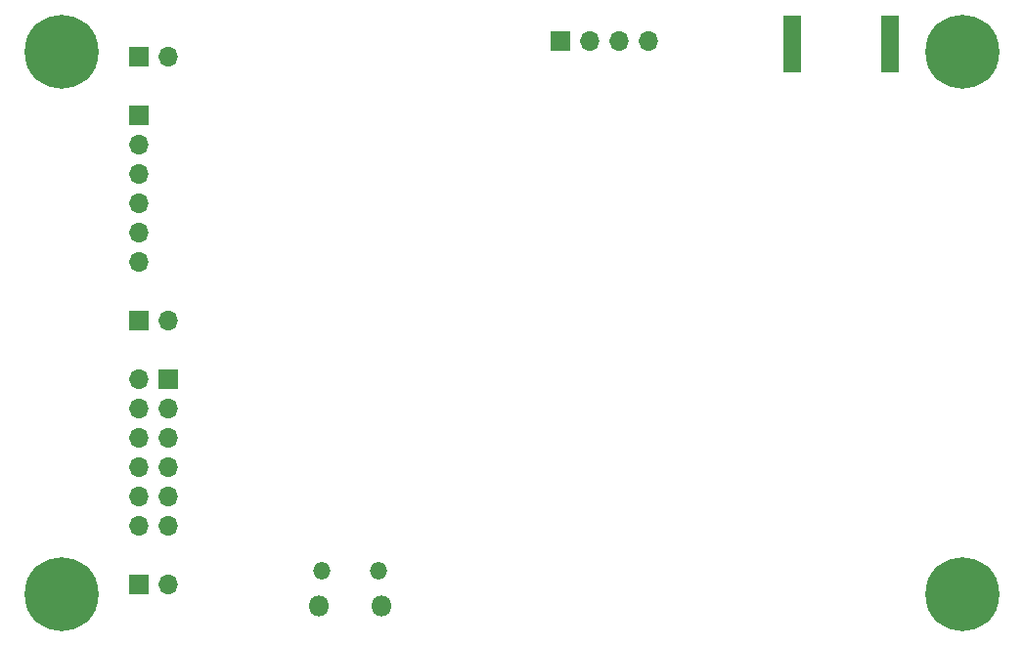
<source format=gbr>
%TF.GenerationSoftware,KiCad,Pcbnew,7.0.10*%
%TF.CreationDate,2024-02-02T00:24:17+07:00*%
%TF.ProjectId,PICO_ADC_Test,5049434f-5f41-4444-935f-546573742e6b,R0.1*%
%TF.SameCoordinates,PX72ade90PY75c75e0*%
%TF.FileFunction,Soldermask,Bot*%
%TF.FilePolarity,Negative*%
%FSLAX46Y46*%
G04 Gerber Fmt 4.6, Leading zero omitted, Abs format (unit mm)*
G04 Created by KiCad (PCBNEW 7.0.10) date 2024-02-02 00:24:17*
%MOMM*%
%LPD*%
G01*
G04 APERTURE LIST*
%ADD10R,1.700000X1.700000*%
%ADD11O,1.700000X1.700000*%
%ADD12C,0.800000*%
%ADD13C,6.400000*%
%ADD14R,1.600000X4.900000*%
%ADD15O,1.800000X1.800000*%
%ADD16O,1.500000X1.500000*%
G04 APERTURE END LIST*
D10*
%TO.C,J4*%
X46700000Y51500000D03*
D11*
X49240000Y51500000D03*
X51780000Y51500000D03*
X54320000Y51500000D03*
%TD*%
D10*
%TO.C,J2*%
X10210000Y27250000D03*
D11*
X12750000Y27250000D03*
%TD*%
D12*
%TO.C,REF\u002A\u002A*%
X79100000Y3500000D03*
X79802944Y5197056D03*
X79802944Y1802944D03*
X81500000Y5900000D03*
D13*
X81500000Y3500000D03*
D12*
X81500000Y1100000D03*
X83197056Y5197056D03*
X83197056Y1802944D03*
X83900000Y3500000D03*
%TD*%
D10*
%TO.C,J3*%
X10210000Y45030000D03*
D11*
X10210000Y42490000D03*
X10210000Y39950000D03*
X10210000Y37410000D03*
X10210000Y34870000D03*
X10210000Y32330000D03*
%TD*%
D12*
%TO.C,REF\u002A\u002A*%
X1100000Y3500000D03*
X1802944Y5197056D03*
X1802944Y1802944D03*
X3500000Y5900000D03*
D13*
X3500000Y3500000D03*
D12*
X3500000Y1100000D03*
X5197056Y5197056D03*
X5197056Y1802944D03*
X5900000Y3500000D03*
%TD*%
D14*
%TO.C,J1*%
X75250000Y51175000D03*
X66750000Y51175000D03*
%TD*%
D12*
%TO.C,REF\u002A\u002A*%
X1100000Y50500000D03*
X1802944Y52197056D03*
X1802944Y48802944D03*
X3500000Y52900000D03*
D13*
X3500000Y50500000D03*
D12*
X3500000Y48100000D03*
X5197056Y52197056D03*
X5197056Y48802944D03*
X5900000Y50500000D03*
%TD*%
D10*
%TO.C,J5*%
X10210000Y50120000D03*
D11*
X12750000Y50120000D03*
%TD*%
D10*
%TO.C,J7*%
X10210000Y4390000D03*
D11*
X12750000Y4390000D03*
%TD*%
D15*
%TO.C,U2*%
X31225000Y2500000D03*
D16*
X30925000Y5530000D03*
X26075000Y5530000D03*
D15*
X25775000Y2500000D03*
%TD*%
D12*
%TO.C,REF\u002A\u002A*%
X79100000Y50500000D03*
X79802944Y52197056D03*
X79802944Y48802944D03*
X81500000Y52900000D03*
D13*
X81500000Y50500000D03*
D12*
X81500000Y48100000D03*
X83197056Y52197056D03*
X83197056Y48802944D03*
X83900000Y50500000D03*
%TD*%
D10*
%TO.C,J6*%
X12750000Y22170000D03*
D11*
X10210000Y22170000D03*
X12750000Y19630000D03*
X10210000Y19630000D03*
X12750000Y17090000D03*
X10210000Y17090000D03*
X12750000Y14550000D03*
X10210000Y14550000D03*
X12750000Y12010000D03*
X10210000Y12010000D03*
X12750000Y9470000D03*
X10210000Y9470000D03*
%TD*%
M02*

</source>
